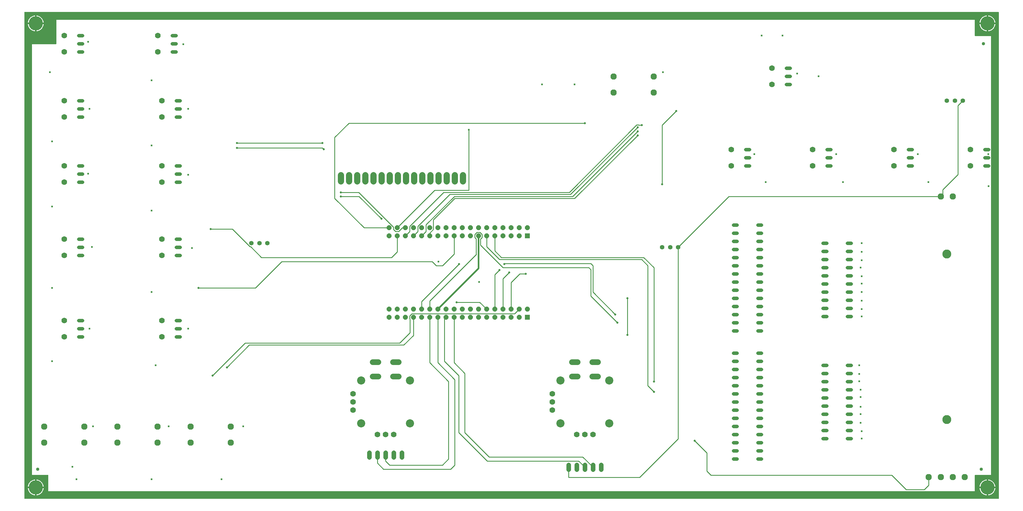
<source format=gbr>
G04 EAGLE Gerber RS-274X export*
G75*
%MOIN*%
%FSLAX34Y34*%
%LPD*%
%INBottom Copper*%
%IPPOS*%
%AMOC8*
5,1,8,0,0,1.08239X$1,22.5*%
G01*
%ADD10R,0.060000X0.060000*%
%ADD11P,0.064943X8X202.500000*%
%ADD12C,0.077165*%
%ADD13C,0.055118*%
%ADD14C,0.070000*%
%ADD15C,0.070000*%
%ADD16C,0.100000*%
%ADD17C,0.056000*%
%ADD18C,0.076000*%
%ADD19C,0.110236*%
%ADD20C,0.044094*%
%ADD21C,0.044800*%
%ADD22C,0.175000*%
%ADD23C,0.040000*%
%ADD24C,0.024000*%
%ADD25C,0.010000*%
%ADD26C,0.025780*%
%ADD27C,0.020000*%

G36*
X119899Y59855D02*
X119899Y59855D01*
X119898Y59860D01*
X119898Y59861D01*
X119898Y59862D01*
X119896Y59867D01*
X119894Y59872D01*
X119894Y59873D01*
X119893Y59874D01*
X119890Y59878D01*
X119887Y59882D01*
X119886Y59883D01*
X119886Y59884D01*
X119882Y59887D01*
X119878Y59890D01*
X119877Y59891D01*
X119876Y59892D01*
X119872Y59894D01*
X119867Y59896D01*
X119866Y59896D01*
X119865Y59897D01*
X119853Y59899D01*
X119851Y59899D01*
X119850Y59899D01*
X150Y59899D01*
X145Y59899D01*
X140Y59898D01*
X139Y59898D01*
X138Y59898D01*
X133Y59896D01*
X128Y59894D01*
X127Y59894D01*
X126Y59893D01*
X122Y59890D01*
X118Y59887D01*
X117Y59886D01*
X116Y59886D01*
X113Y59882D01*
X110Y59878D01*
X109Y59877D01*
X108Y59876D01*
X106Y59872D01*
X104Y59867D01*
X104Y59866D01*
X103Y59865D01*
X101Y59853D01*
X101Y59851D01*
X101Y59850D01*
X101Y150D01*
X101Y145D01*
X102Y140D01*
X102Y139D01*
X102Y138D01*
X104Y133D01*
X106Y128D01*
X106Y127D01*
X107Y126D01*
X110Y122D01*
X113Y118D01*
X114Y117D01*
X114Y116D01*
X118Y113D01*
X122Y110D01*
X123Y109D01*
X124Y108D01*
X128Y106D01*
X133Y104D01*
X134Y104D01*
X135Y103D01*
X147Y101D01*
X149Y101D01*
X150Y101D01*
X119850Y101D01*
X119855Y101D01*
X119860Y102D01*
X119861Y102D01*
X119862Y102D01*
X119867Y104D01*
X119872Y106D01*
X119873Y106D01*
X119874Y107D01*
X119878Y110D01*
X119882Y113D01*
X119883Y114D01*
X119884Y114D01*
X119887Y118D01*
X119890Y122D01*
X119891Y123D01*
X119892Y124D01*
X119894Y128D01*
X119896Y133D01*
X119896Y134D01*
X119897Y135D01*
X119899Y147D01*
X119899Y149D01*
X119899Y150D01*
X119899Y59850D01*
X119899Y59855D01*
G37*
%LPC*%
G36*
X4000Y55951D02*
X4000Y55951D01*
X4005Y55951D01*
X4010Y55952D01*
X4011Y55952D01*
X4012Y55952D01*
X4017Y55954D01*
X4022Y55956D01*
X4023Y55956D01*
X4024Y55957D01*
X4028Y55960D01*
X4032Y55963D01*
X4033Y55964D01*
X4034Y55964D01*
X4037Y55968D01*
X4040Y55972D01*
X4041Y55973D01*
X4042Y55974D01*
X4044Y55978D01*
X4046Y55983D01*
X4046Y55984D01*
X4047Y55985D01*
X4049Y55997D01*
X4049Y55999D01*
X4049Y56000D01*
X4049Y58951D01*
X116951Y58951D01*
X116951Y57000D01*
X116951Y56995D01*
X116952Y56990D01*
X116952Y56989D01*
X116952Y56988D01*
X116954Y56983D01*
X116956Y56978D01*
X116956Y56977D01*
X116957Y56976D01*
X116960Y56972D01*
X116963Y56968D01*
X116964Y56967D01*
X116964Y56966D01*
X116968Y56963D01*
X116972Y56960D01*
X116973Y56959D01*
X116974Y56958D01*
X116978Y56956D01*
X116983Y56954D01*
X116984Y56954D01*
X116985Y56953D01*
X116997Y56951D01*
X116999Y56951D01*
X117000Y56951D01*
X118951Y56951D01*
X118951Y3049D01*
X117000Y3049D01*
X116995Y3049D01*
X116990Y3048D01*
X116989Y3048D01*
X116988Y3048D01*
X116983Y3046D01*
X116978Y3044D01*
X116977Y3044D01*
X116976Y3043D01*
X116972Y3040D01*
X116968Y3037D01*
X116967Y3036D01*
X116966Y3036D01*
X116963Y3032D01*
X116960Y3028D01*
X116959Y3027D01*
X116958Y3026D01*
X116956Y3022D01*
X116954Y3017D01*
X116954Y3016D01*
X116953Y3015D01*
X116951Y3003D01*
X116951Y3001D01*
X116951Y3000D01*
X116951Y1049D01*
X3049Y1049D01*
X3049Y3000D01*
X3049Y3005D01*
X3048Y3010D01*
X3048Y3011D01*
X3048Y3012D01*
X3046Y3017D01*
X3044Y3022D01*
X3044Y3023D01*
X3043Y3024D01*
X3040Y3028D01*
X3037Y3032D01*
X3036Y3033D01*
X3036Y3034D01*
X3032Y3037D01*
X3028Y3040D01*
X3027Y3041D01*
X3026Y3042D01*
X3022Y3044D01*
X3017Y3046D01*
X3016Y3046D01*
X3015Y3047D01*
X3003Y3049D01*
X3001Y3049D01*
X3000Y3049D01*
X1049Y3049D01*
X1049Y55951D01*
X4000Y55951D01*
G37*
%LPD*%
%LPC*%
G36*
X529Y58599D02*
X529Y58599D01*
X537Y58664D01*
X561Y58771D01*
X597Y58874D01*
X645Y58973D01*
X703Y59066D01*
X771Y59151D01*
X849Y59229D01*
X934Y59297D01*
X1027Y59355D01*
X1126Y59403D01*
X1229Y59439D01*
X1336Y59463D01*
X1401Y59471D01*
X1401Y58599D01*
X529Y58599D01*
G37*
%LPD*%
%LPC*%
G36*
X1599Y58599D02*
X1599Y58599D01*
X1599Y59471D01*
X1664Y59463D01*
X1771Y59439D01*
X1874Y59403D01*
X1973Y59355D01*
X2066Y59297D01*
X2151Y59229D01*
X2229Y59151D01*
X2297Y59066D01*
X2355Y58973D01*
X2403Y58874D01*
X2439Y58771D01*
X2463Y58664D01*
X2471Y58599D01*
X1599Y58599D01*
G37*
%LPD*%
%LPC*%
G36*
X117529Y58599D02*
X117529Y58599D01*
X117537Y58664D01*
X117561Y58771D01*
X117597Y58874D01*
X117645Y58973D01*
X117703Y59066D01*
X117771Y59151D01*
X117849Y59229D01*
X117934Y59297D01*
X118027Y59355D01*
X118126Y59403D01*
X118229Y59439D01*
X118336Y59463D01*
X118401Y59471D01*
X118401Y58599D01*
X117529Y58599D01*
G37*
%LPD*%
%LPC*%
G36*
X118599Y58599D02*
X118599Y58599D01*
X118599Y59471D01*
X118664Y59463D01*
X118771Y59439D01*
X118874Y59403D01*
X118973Y59355D01*
X119066Y59297D01*
X119151Y59229D01*
X119229Y59151D01*
X119297Y59066D01*
X119355Y58973D01*
X119403Y58874D01*
X119439Y58771D01*
X119463Y58664D01*
X119471Y58599D01*
X118599Y58599D01*
G37*
%LPD*%
%LPC*%
G36*
X118599Y58401D02*
X118599Y58401D01*
X119471Y58401D01*
X119463Y58336D01*
X119439Y58229D01*
X119403Y58126D01*
X119355Y58027D01*
X119297Y57934D01*
X119229Y57849D01*
X119151Y57771D01*
X119066Y57703D01*
X118973Y57645D01*
X118874Y57597D01*
X118771Y57561D01*
X118664Y57537D01*
X118599Y57529D01*
X118599Y58401D01*
G37*
%LPD*%
%LPC*%
G36*
X118336Y57537D02*
X118336Y57537D01*
X118229Y57561D01*
X118126Y57597D01*
X118027Y57645D01*
X117934Y57703D01*
X117849Y57771D01*
X117771Y57849D01*
X117703Y57934D01*
X117645Y58027D01*
X117597Y58126D01*
X117561Y58229D01*
X117537Y58336D01*
X117529Y58401D01*
X118401Y58401D01*
X118401Y57529D01*
X118336Y57537D01*
G37*
%LPD*%
%LPC*%
G36*
X1599Y58401D02*
X1599Y58401D01*
X2471Y58401D01*
X2463Y58336D01*
X2439Y58229D01*
X2403Y58126D01*
X2355Y58027D01*
X2297Y57934D01*
X2229Y57849D01*
X2151Y57771D01*
X2066Y57703D01*
X1973Y57645D01*
X1874Y57597D01*
X1771Y57561D01*
X1664Y57537D01*
X1599Y57529D01*
X1599Y58401D01*
G37*
%LPD*%
%LPC*%
G36*
X1336Y57537D02*
X1336Y57537D01*
X1229Y57561D01*
X1126Y57597D01*
X1027Y57645D01*
X934Y57703D01*
X849Y57771D01*
X771Y57849D01*
X703Y57934D01*
X645Y58027D01*
X597Y58126D01*
X561Y58229D01*
X537Y58336D01*
X529Y58401D01*
X1401Y58401D01*
X1401Y57529D01*
X1336Y57537D01*
G37*
%LPD*%
%LPC*%
G36*
X1599Y1599D02*
X1599Y1599D01*
X1599Y2471D01*
X1664Y2463D01*
X1771Y2439D01*
X1874Y2403D01*
X1973Y2355D01*
X2066Y2297D01*
X2151Y2229D01*
X2229Y2151D01*
X2297Y2066D01*
X2355Y1973D01*
X2403Y1874D01*
X2439Y1771D01*
X2463Y1664D01*
X2471Y1599D01*
X1599Y1599D01*
G37*
%LPD*%
%LPC*%
G36*
X118599Y1599D02*
X118599Y1599D01*
X118599Y2471D01*
X118664Y2463D01*
X118771Y2439D01*
X118874Y2403D01*
X118973Y2355D01*
X119066Y2297D01*
X119151Y2229D01*
X119229Y2151D01*
X119297Y2066D01*
X119355Y1973D01*
X119403Y1874D01*
X119439Y1771D01*
X119463Y1664D01*
X119471Y1599D01*
X118599Y1599D01*
G37*
%LPD*%
%LPC*%
G36*
X529Y1599D02*
X529Y1599D01*
X537Y1664D01*
X561Y1771D01*
X597Y1874D01*
X645Y1973D01*
X703Y2066D01*
X771Y2151D01*
X849Y2229D01*
X934Y2297D01*
X1027Y2355D01*
X1126Y2403D01*
X1229Y2439D01*
X1336Y2463D01*
X1401Y2471D01*
X1401Y1599D01*
X529Y1599D01*
G37*
%LPD*%
%LPC*%
G36*
X117529Y1599D02*
X117529Y1599D01*
X117537Y1664D01*
X117561Y1771D01*
X117597Y1874D01*
X117645Y1973D01*
X117703Y2066D01*
X117771Y2151D01*
X117849Y2229D01*
X117934Y2297D01*
X118027Y2355D01*
X118126Y2403D01*
X118229Y2439D01*
X118336Y2463D01*
X118401Y2471D01*
X118401Y1599D01*
X117529Y1599D01*
G37*
%LPD*%
%LPC*%
G36*
X118599Y1401D02*
X118599Y1401D01*
X119471Y1401D01*
X119463Y1336D01*
X119439Y1229D01*
X119403Y1126D01*
X119355Y1027D01*
X119297Y934D01*
X119229Y849D01*
X119151Y771D01*
X119066Y703D01*
X118973Y645D01*
X118874Y597D01*
X118771Y561D01*
X118664Y537D01*
X118599Y529D01*
X118599Y1401D01*
G37*
%LPD*%
%LPC*%
G36*
X118336Y537D02*
X118336Y537D01*
X118229Y561D01*
X118126Y597D01*
X118027Y645D01*
X117934Y703D01*
X117849Y771D01*
X117771Y849D01*
X117703Y934D01*
X117645Y1027D01*
X117597Y1126D01*
X117561Y1229D01*
X117537Y1336D01*
X117529Y1401D01*
X118401Y1401D01*
X118401Y529D01*
X118336Y537D01*
G37*
%LPD*%
%LPC*%
G36*
X1599Y1401D02*
X1599Y1401D01*
X2471Y1401D01*
X2463Y1336D01*
X2439Y1229D01*
X2403Y1126D01*
X2355Y1027D01*
X2297Y934D01*
X2229Y849D01*
X2151Y771D01*
X2066Y703D01*
X1973Y645D01*
X1874Y597D01*
X1771Y561D01*
X1664Y537D01*
X1599Y529D01*
X1599Y1401D01*
G37*
%LPD*%
%LPC*%
G36*
X1336Y537D02*
X1336Y537D01*
X1229Y561D01*
X1126Y597D01*
X1027Y645D01*
X934Y703D01*
X849Y771D01*
X771Y849D01*
X703Y934D01*
X645Y1027D01*
X597Y1126D01*
X561Y1229D01*
X537Y1336D01*
X529Y1401D01*
X1401Y1401D01*
X1401Y529D01*
X1336Y537D01*
G37*
%LPD*%
%LPC*%
G36*
X118499Y58499D02*
X118499Y58499D01*
X118499Y58501D01*
X118501Y58501D01*
X118501Y58499D01*
X118499Y58499D01*
G37*
%LPD*%
%LPC*%
G36*
X1499Y58499D02*
X1499Y58499D01*
X1499Y58501D01*
X1501Y58501D01*
X1501Y58499D01*
X1499Y58499D01*
G37*
%LPD*%
%LPC*%
G36*
X118499Y1499D02*
X118499Y1499D01*
X118499Y1501D01*
X118501Y1501D01*
X118501Y1499D01*
X118499Y1499D01*
G37*
%LPD*%
%LPC*%
G36*
X1499Y1499D02*
X1499Y1499D01*
X1499Y1501D01*
X1501Y1501D01*
X1501Y1499D01*
X1499Y1499D01*
G37*
%LPD*%
D10*
X61923Y22390D03*
D11*
X61923Y23390D03*
X60923Y22390D03*
X60923Y23390D03*
X59923Y22390D03*
X59923Y23390D03*
X58923Y22390D03*
X58923Y23390D03*
X57923Y22390D03*
X57923Y23390D03*
X56923Y22390D03*
X56923Y23390D03*
X55923Y22390D03*
X55923Y23390D03*
X54923Y22390D03*
X54923Y23390D03*
X53923Y22390D03*
X53923Y23390D03*
X52923Y22390D03*
X52923Y23390D03*
X51923Y22390D03*
X51923Y23390D03*
X50923Y22390D03*
X50923Y23390D03*
X49923Y22390D03*
X49923Y23390D03*
X48923Y22390D03*
X48923Y23390D03*
X47923Y22390D03*
X47923Y23390D03*
X46923Y22390D03*
X46923Y23390D03*
X45923Y22390D03*
X45923Y23390D03*
X44923Y22390D03*
X44923Y23390D03*
D10*
X61923Y32390D03*
D11*
X61923Y33390D03*
X60923Y32390D03*
X60923Y33390D03*
X59923Y32390D03*
X59923Y33390D03*
X58923Y32390D03*
X58923Y33390D03*
X57923Y32390D03*
X57923Y33390D03*
X56923Y32390D03*
X56923Y33390D03*
X55923Y32390D03*
X55923Y33390D03*
X54923Y32390D03*
X54923Y33390D03*
X53923Y32390D03*
X53923Y33390D03*
X52923Y32390D03*
X52923Y33390D03*
X51923Y32390D03*
X51923Y33390D03*
X50923Y32390D03*
X50923Y33390D03*
X49923Y32390D03*
X49923Y33390D03*
X48923Y32390D03*
X48923Y33390D03*
X47923Y32390D03*
X47923Y33390D03*
X46923Y32390D03*
X46923Y33390D03*
X45923Y32390D03*
X45923Y33390D03*
X44923Y32390D03*
X44923Y33390D03*
D12*
X77461Y51984D03*
X77461Y50016D03*
X72539Y50016D03*
X72539Y51984D03*
D13*
X78516Y31000D03*
X79500Y31000D03*
X80484Y31000D03*
D14*
X43600Y16922D02*
X42900Y16922D01*
X45400Y16922D02*
X46100Y16922D01*
X43600Y15150D02*
X42900Y15150D01*
X45400Y15150D02*
X46100Y15150D01*
D15*
X43500Y8000D03*
X44500Y8000D03*
X45500Y8000D03*
D16*
X41500Y14625D03*
X41500Y9375D03*
X47500Y9375D03*
X47500Y14625D03*
D15*
X40500Y13000D03*
X40500Y12000D03*
X40500Y11000D03*
D17*
X46500Y5780D02*
X46500Y5220D01*
X45500Y5220D02*
X45500Y5780D01*
X44500Y5780D02*
X44500Y5220D01*
X43500Y5220D02*
X43500Y5780D01*
X42500Y5780D02*
X42500Y5220D01*
D18*
X39000Y39120D02*
X39000Y39880D01*
X40000Y39880D02*
X40000Y39120D01*
X41000Y39120D02*
X41000Y39880D01*
X42000Y39880D02*
X42000Y39120D01*
X43000Y39120D02*
X43000Y39880D01*
X44000Y39880D02*
X44000Y39120D01*
X45000Y39120D02*
X45000Y39880D01*
X46000Y39880D02*
X46000Y39120D01*
X47000Y39120D02*
X47000Y39880D01*
X48000Y39880D02*
X48000Y39120D01*
X49000Y39120D02*
X49000Y39880D01*
X50000Y39880D02*
X50000Y39120D01*
X51000Y39120D02*
X51000Y39880D01*
X52000Y39880D02*
X52000Y39120D01*
X53000Y39120D02*
X53000Y39880D01*
X54000Y39880D02*
X54000Y39120D01*
D19*
X113500Y9823D03*
X113500Y30177D03*
D12*
X111285Y2776D03*
X112762Y2776D03*
X114238Y2776D03*
X115715Y2776D03*
X112762Y37224D03*
X114238Y37224D03*
D20*
X87720Y18000D02*
X87280Y18000D01*
X87280Y17000D02*
X87720Y17000D01*
X87720Y16000D02*
X87280Y16000D01*
X87280Y15000D02*
X87720Y15000D01*
X87720Y14000D02*
X87280Y14000D01*
X87280Y13000D02*
X87720Y13000D01*
X87720Y12000D02*
X87280Y12000D01*
X87280Y11000D02*
X87720Y11000D01*
X87720Y10000D02*
X87280Y10000D01*
X87280Y9000D02*
X87720Y9000D01*
X87720Y8000D02*
X87280Y8000D01*
X87280Y7000D02*
X87720Y7000D01*
X87720Y6000D02*
X87280Y6000D01*
X87280Y5000D02*
X87720Y5000D01*
X90280Y18000D02*
X90720Y18000D01*
X90720Y17000D02*
X90280Y17000D01*
X90280Y16000D02*
X90720Y16000D01*
X90720Y15000D02*
X90280Y15000D01*
X90280Y14000D02*
X90720Y14000D01*
X90720Y13000D02*
X90280Y13000D01*
X90280Y12000D02*
X90720Y12000D01*
X90720Y11000D02*
X90280Y11000D01*
X90280Y10000D02*
X90720Y10000D01*
X90720Y9000D02*
X90280Y9000D01*
X90280Y8000D02*
X90720Y8000D01*
X90720Y7000D02*
X90280Y7000D01*
X90280Y6000D02*
X90720Y6000D01*
X90720Y5000D02*
X90280Y5000D01*
D21*
X98276Y16500D02*
X98724Y16500D01*
X98724Y15500D02*
X98276Y15500D01*
X98276Y10500D02*
X98724Y10500D01*
X98724Y9500D02*
X98276Y9500D01*
X98276Y14500D02*
X98724Y14500D01*
X98724Y13500D02*
X98276Y13500D01*
X98276Y11500D02*
X98724Y11500D01*
X98724Y12500D02*
X98276Y12500D01*
X98276Y8500D02*
X98724Y8500D01*
X98724Y7500D02*
X98276Y7500D01*
X101276Y7500D02*
X101724Y7500D01*
X101724Y8500D02*
X101276Y8500D01*
X101276Y9500D02*
X101724Y9500D01*
X101724Y10500D02*
X101276Y10500D01*
X101276Y11500D02*
X101724Y11500D01*
X101724Y12500D02*
X101276Y12500D01*
X101276Y13500D02*
X101724Y13500D01*
X101724Y14500D02*
X101276Y14500D01*
X101276Y15500D02*
X101724Y15500D01*
X101724Y16500D02*
X101276Y16500D01*
D13*
X113516Y49000D03*
X114500Y49000D03*
X115484Y49000D03*
D21*
X7224Y55000D02*
X6776Y55000D01*
X6776Y56000D02*
X7224Y56000D01*
X7224Y57000D02*
X6776Y57000D01*
D15*
X5000Y55000D03*
X5000Y57000D03*
D21*
X18276Y55000D02*
X18724Y55000D01*
X18724Y56000D02*
X18276Y56000D01*
X18276Y57000D02*
X18724Y57000D01*
D15*
X16500Y55000D03*
X16500Y57000D03*
D21*
X7224Y47000D02*
X6776Y47000D01*
X6776Y48000D02*
X7224Y48000D01*
X7224Y49000D02*
X6776Y49000D01*
D15*
X5000Y47000D03*
X5000Y49000D03*
D21*
X18776Y47000D02*
X19224Y47000D01*
X19224Y48000D02*
X18776Y48000D01*
X18776Y49000D02*
X19224Y49000D01*
D15*
X17000Y47000D03*
X17000Y49000D03*
D21*
X7224Y39000D02*
X6776Y39000D01*
X6776Y40000D02*
X7224Y40000D01*
X7224Y41000D02*
X6776Y41000D01*
D15*
X5000Y39000D03*
X5000Y41000D03*
D21*
X18776Y39000D02*
X19224Y39000D01*
X19224Y40000D02*
X18776Y40000D01*
X18776Y41000D02*
X19224Y41000D01*
D15*
X17000Y39000D03*
X17000Y41000D03*
D21*
X7224Y30000D02*
X6776Y30000D01*
X6776Y31000D02*
X7224Y31000D01*
X7224Y32000D02*
X6776Y32000D01*
D15*
X5000Y30000D03*
X5000Y32000D03*
D21*
X18776Y30000D02*
X19224Y30000D01*
X19224Y31000D02*
X18776Y31000D01*
X18776Y32000D02*
X19224Y32000D01*
D15*
X17000Y30000D03*
X17000Y32000D03*
D21*
X7224Y20000D02*
X6776Y20000D01*
X6776Y21000D02*
X7224Y21000D01*
X7224Y22000D02*
X6776Y22000D01*
D15*
X5000Y20000D03*
X5000Y22000D03*
D21*
X18776Y20000D02*
X19224Y20000D01*
X19224Y21000D02*
X18776Y21000D01*
X18776Y22000D02*
X19224Y22000D01*
D15*
X17000Y20000D03*
X17000Y22000D03*
D21*
X93776Y51000D02*
X94224Y51000D01*
X94224Y52000D02*
X93776Y52000D01*
X93776Y53000D02*
X94224Y53000D01*
D15*
X92000Y51000D03*
X92000Y53000D03*
D21*
X89224Y41000D02*
X88776Y41000D01*
X88776Y42000D02*
X89224Y42000D01*
X89224Y43000D02*
X88776Y43000D01*
D15*
X87000Y41000D03*
X87000Y43000D03*
D21*
X98776Y41000D02*
X99224Y41000D01*
X99224Y42000D02*
X98776Y42000D01*
X98776Y43000D02*
X99224Y43000D01*
D15*
X97000Y41000D03*
X97000Y43000D03*
D21*
X108776Y41000D02*
X109224Y41000D01*
X109224Y42000D02*
X108776Y42000D01*
X108776Y43000D02*
X109224Y43000D01*
D15*
X107000Y41000D03*
X107000Y43000D03*
D21*
X118176Y41000D02*
X118624Y41000D01*
X118624Y42000D02*
X118176Y42000D01*
X118176Y43000D02*
X118624Y43000D01*
D15*
X116400Y41000D03*
X116400Y43000D03*
D12*
X7461Y8984D03*
X7461Y7016D03*
X2539Y7016D03*
X2539Y8984D03*
X16461Y8984D03*
X16461Y7016D03*
X11539Y7016D03*
X11539Y8984D03*
X25461Y8984D03*
X25461Y7016D03*
X20539Y7016D03*
X20539Y8984D03*
D13*
X28016Y31500D03*
X29000Y31500D03*
X29984Y31500D03*
D14*
X67400Y16922D02*
X68100Y16922D01*
X69900Y16922D02*
X70600Y16922D01*
X68100Y15150D02*
X67400Y15150D01*
X69900Y15150D02*
X70600Y15150D01*
D15*
X68000Y8000D03*
X69000Y8000D03*
X70000Y8000D03*
D16*
X66000Y14625D03*
X66000Y9375D03*
X72000Y9375D03*
X72000Y14625D03*
D15*
X65000Y13000D03*
X65000Y12000D03*
X65000Y11000D03*
D17*
X67000Y4280D02*
X67000Y3720D01*
X68000Y3720D02*
X68000Y4280D01*
X69000Y4280D02*
X69000Y3720D01*
X70000Y3720D02*
X70000Y4280D01*
X71000Y4280D02*
X71000Y3720D01*
D20*
X87280Y33750D02*
X87720Y33750D01*
X87720Y32750D02*
X87280Y32750D01*
X87280Y31750D02*
X87720Y31750D01*
X87720Y30750D02*
X87280Y30750D01*
X87280Y29750D02*
X87720Y29750D01*
X87720Y28750D02*
X87280Y28750D01*
X87280Y27750D02*
X87720Y27750D01*
X87720Y26750D02*
X87280Y26750D01*
X87280Y25750D02*
X87720Y25750D01*
X87720Y24750D02*
X87280Y24750D01*
X87280Y23750D02*
X87720Y23750D01*
X87720Y22750D02*
X87280Y22750D01*
X87280Y21750D02*
X87720Y21750D01*
X87720Y20750D02*
X87280Y20750D01*
X90280Y33750D02*
X90720Y33750D01*
X90720Y32750D02*
X90280Y32750D01*
X90280Y31750D02*
X90720Y31750D01*
X90720Y30750D02*
X90280Y30750D01*
X90280Y29750D02*
X90720Y29750D01*
X90720Y28750D02*
X90280Y28750D01*
X90280Y27750D02*
X90720Y27750D01*
X90720Y26750D02*
X90280Y26750D01*
X90280Y25750D02*
X90720Y25750D01*
X90720Y24750D02*
X90280Y24750D01*
X90280Y23750D02*
X90720Y23750D01*
X90720Y22750D02*
X90280Y22750D01*
X90280Y21750D02*
X90720Y21750D01*
X90720Y20750D02*
X90280Y20750D01*
D21*
X98276Y31500D02*
X98724Y31500D01*
X98724Y30500D02*
X98276Y30500D01*
X98276Y25500D02*
X98724Y25500D01*
X98724Y24500D02*
X98276Y24500D01*
X98276Y29500D02*
X98724Y29500D01*
X98724Y28500D02*
X98276Y28500D01*
X98276Y26500D02*
X98724Y26500D01*
X98724Y27500D02*
X98276Y27500D01*
X98276Y23500D02*
X98724Y23500D01*
X98724Y22500D02*
X98276Y22500D01*
X101276Y22500D02*
X101724Y22500D01*
X101724Y23500D02*
X101276Y23500D01*
X101276Y24500D02*
X101724Y24500D01*
X101724Y25500D02*
X101276Y25500D01*
X101276Y26500D02*
X101724Y26500D01*
X101724Y27500D02*
X101276Y27500D01*
X101276Y28500D02*
X101724Y28500D01*
X101724Y29500D02*
X101276Y29500D01*
X101276Y30500D02*
X101724Y30500D01*
X101724Y31500D02*
X101276Y31500D01*
D22*
X1500Y1500D03*
X1500Y58500D03*
X118500Y58500D03*
X118500Y1500D03*
D23*
X118000Y56000D03*
X117750Y3750D03*
X1750Y3750D03*
D24*
X27000Y9000D03*
X6000Y4050D03*
X17850Y9000D03*
X8550Y9000D03*
X8100Y21000D03*
X20250Y21000D03*
X8400Y31050D03*
X20700Y30900D03*
X7950Y40050D03*
X20250Y39900D03*
X8100Y48000D03*
X20250Y48000D03*
X7950Y56250D03*
X19650Y55950D03*
X63750Y51000D03*
X78600Y52500D03*
X93300Y57000D03*
X95100Y52350D03*
X118600Y42450D03*
X109950Y42450D03*
X99900Y42450D03*
X89850Y42450D03*
X103050Y7500D03*
X103050Y8400D03*
X102900Y9450D03*
X102900Y10500D03*
X102900Y11400D03*
X102900Y12600D03*
X102900Y13500D03*
X102750Y14550D03*
X102750Y15450D03*
X102750Y16500D03*
X103050Y22500D03*
X103050Y23400D03*
X103050Y24450D03*
X103050Y25500D03*
X103050Y26550D03*
X103050Y27450D03*
X102900Y28500D03*
X103050Y29400D03*
X103050Y30450D03*
X103050Y31500D03*
D25*
X53000Y4250D02*
X52500Y3750D01*
X44250Y3750D01*
X43500Y4500D01*
X43500Y5500D01*
X50923Y16827D02*
X50923Y22390D01*
X53000Y14750D02*
X53000Y4250D01*
X53000Y14750D02*
X50923Y16827D01*
X52250Y5000D02*
X51500Y4250D01*
X45000Y4250D01*
X44500Y4750D01*
X44500Y5500D01*
X52250Y5000D02*
X52250Y14500D01*
X49923Y16827D02*
X49923Y22390D01*
X49923Y16827D02*
X52250Y14500D01*
D26*
X39000Y37750D03*
D25*
X45473Y33203D02*
X45737Y32940D01*
X46110Y32940D01*
X41199Y37750D02*
X39000Y37750D01*
X41199Y37750D02*
X45473Y33476D01*
X45473Y33203D01*
X46110Y32940D02*
X46560Y33390D01*
X46923Y33390D01*
D24*
X67750Y51000D03*
X16250Y16500D03*
X3500Y17000D03*
X3500Y26000D03*
X3500Y36000D03*
X3500Y44000D03*
X3250Y52500D03*
X15750Y51500D03*
X15750Y43500D03*
X15750Y35500D03*
X15750Y25500D03*
X6500Y2500D03*
X15750Y2500D03*
X24350Y2500D03*
X97750Y52000D03*
X90750Y57000D03*
X111250Y39000D03*
X118650Y38500D03*
X100750Y39000D03*
X91250Y39000D03*
X56000Y26750D03*
X51000Y29250D03*
D26*
X39000Y37250D03*
D25*
X41250Y37250D01*
X44000Y34500D01*
D26*
X44000Y34500D03*
X26250Y43200D03*
D25*
X36750Y43200D01*
X36900Y43050D01*
D26*
X36900Y43050D03*
X58500Y28200D03*
D25*
X57923Y27623D01*
X57923Y23390D01*
X58923Y23390D02*
X58923Y27123D01*
X59700Y27900D01*
D26*
X59700Y27900D03*
X36750Y43800D03*
D25*
X26250Y43800D01*
D26*
X26250Y43800D03*
X23000Y33250D03*
D25*
X27839Y31074D02*
X27926Y31074D01*
X29250Y29750D01*
X25664Y33250D02*
X23000Y33250D01*
X25664Y33250D02*
X27839Y31074D01*
X29250Y29750D02*
X45250Y29750D01*
X45923Y30423D01*
X45923Y32390D01*
D26*
X21500Y26000D03*
D25*
X28500Y26000D02*
X31750Y29250D01*
X50250Y29250D01*
X50750Y28750D01*
X51500Y28750D01*
X52923Y30173D01*
X52923Y32390D01*
X28500Y26000D02*
X21500Y26000D01*
X45923Y33390D02*
X50533Y38000D01*
X54750Y38000D01*
D24*
X54750Y45450D03*
D25*
X54750Y38000D01*
D26*
X76000Y46000D03*
D25*
X75616Y46029D02*
X75384Y46029D01*
X75644Y46000D02*
X76000Y46000D01*
X75644Y46000D02*
X75616Y46029D01*
X75384Y46029D02*
X67106Y37750D01*
X47473Y32940D02*
X46923Y32390D01*
X47473Y32940D02*
X47473Y33576D01*
X51647Y37750D01*
X67106Y37750D01*
D26*
X75500Y45750D03*
D25*
X67250Y37500D01*
X48473Y32940D02*
X47923Y32390D01*
X48473Y32940D02*
X48473Y33576D01*
X52397Y37500D01*
X67250Y37500D01*
D26*
X75500Y45250D03*
D25*
X67500Y37250D01*
X49473Y32940D02*
X48923Y32390D01*
X49473Y33756D02*
X52967Y37250D01*
X49473Y33756D02*
X49473Y32940D01*
X52967Y37250D02*
X67500Y37250D01*
D26*
X75500Y44750D03*
D25*
X67750Y37000D01*
X53000Y37000D01*
X49923Y32753D02*
X49923Y32390D01*
X49923Y32753D02*
X50373Y33203D01*
X50373Y34373D02*
X53000Y37000D01*
X50373Y34373D02*
X50373Y33203D01*
D26*
X61750Y27750D03*
D25*
X61000Y27750D01*
X59923Y26673D01*
X59923Y23390D01*
X27250Y19250D02*
X23250Y15250D01*
D26*
X23250Y15250D03*
D25*
X46250Y19250D02*
X47500Y20500D01*
X47473Y22203D02*
X47473Y22576D01*
X47737Y22840D01*
X47500Y22177D02*
X47500Y20500D01*
X47500Y22177D02*
X47473Y22203D01*
X60373Y22840D02*
X60923Y23390D01*
X46250Y19250D02*
X27250Y19250D01*
X47737Y22840D02*
X60373Y22840D01*
D26*
X25000Y16250D03*
D25*
X27750Y19000D01*
X47923Y20173D02*
X47923Y22390D01*
X46750Y19000D02*
X27750Y19000D01*
X46750Y19000D02*
X47923Y20173D01*
D26*
X53250Y24250D03*
D25*
X56063Y24250D01*
X56923Y23390D01*
D26*
X69000Y46250D03*
D25*
X40000Y46250D01*
X38250Y44500D01*
X38250Y37000D01*
X41860Y33390D01*
X44923Y33390D01*
X67000Y4000D02*
X67000Y2750D01*
X75750Y2750D01*
X65000Y11000D02*
X64750Y11000D01*
X112994Y38056D02*
X114884Y39947D01*
X114884Y48400D01*
X115484Y49000D01*
X112762Y37224D02*
X86709Y37224D01*
X80484Y31000D01*
X80484Y7484D01*
X75750Y2750D01*
X112762Y37224D02*
X112994Y37456D01*
X112994Y38056D01*
D26*
X78500Y38750D03*
D25*
X78500Y46000D01*
X80250Y47750D01*
D26*
X80250Y47750D03*
X74250Y20250D03*
D25*
X74250Y24750D01*
D26*
X74250Y24750D03*
D25*
X111285Y2776D02*
X111285Y1785D01*
X108500Y1250D02*
X106750Y3000D01*
X84500Y3000D01*
X110750Y1250D02*
X111285Y1785D01*
X110750Y1250D02*
X108500Y1250D01*
X84500Y3000D02*
X84000Y3500D01*
X84000Y5750D01*
X82500Y7250D01*
D26*
X82500Y7250D03*
D27*
X55923Y28423D02*
X55923Y32390D01*
X55923Y28423D02*
X55923Y28390D01*
X50923Y23390D01*
D25*
X68750Y5250D02*
X70000Y4000D01*
X57250Y5250D02*
X54250Y8250D01*
X54250Y15500D01*
X57250Y5250D02*
X68750Y5250D01*
X52923Y16827D02*
X52923Y22390D01*
X52923Y16827D02*
X54250Y15500D01*
X68250Y4750D02*
X69000Y4000D01*
X68250Y4750D02*
X57000Y4750D01*
X53500Y8250D01*
X53500Y15250D01*
X51750Y17000D01*
X51750Y22217D01*
X51923Y22390D01*
D26*
X77500Y13250D03*
D25*
X76750Y14000D01*
X76000Y29500D02*
X58500Y29500D01*
X56923Y31077D01*
X56923Y32390D01*
X76750Y28750D02*
X76750Y14000D01*
X76750Y28750D02*
X76000Y29500D01*
D26*
X77500Y14500D03*
D25*
X77500Y28500D01*
X76250Y29750D01*
X58750Y29750D01*
X57923Y30577D01*
X57923Y32390D01*
D26*
X72750Y22750D03*
D25*
X70000Y25500D01*
X70000Y28750D01*
X69750Y29000D01*
X48923Y23673D02*
X48923Y23400D01*
X48923Y23390D01*
X59150Y29000D02*
X69750Y29000D01*
X59150Y29000D02*
X59100Y28950D01*
D26*
X59100Y28950D03*
X53550Y28950D03*
D25*
X48923Y24323D02*
X48923Y23673D01*
X48923Y24323D02*
X53550Y28950D01*
D26*
X73000Y21750D03*
D25*
X69750Y25000D01*
X69750Y28250D01*
X69500Y28500D01*
X49923Y24390D02*
X49923Y23390D01*
X49923Y24390D02*
X55673Y30140D01*
X56173Y32003D02*
X56373Y32203D01*
X56373Y32576D01*
X56110Y32840D01*
X55737Y32840D01*
X55473Y32576D01*
X55473Y32203D01*
X56173Y32003D02*
X56173Y31261D01*
X55650Y32027D02*
X55473Y32203D01*
X55650Y30164D02*
X55673Y30140D01*
X58934Y28500D02*
X69500Y28500D01*
X58934Y28500D02*
X56173Y31261D01*
X55650Y32027D02*
X55650Y30164D01*
M02*

</source>
